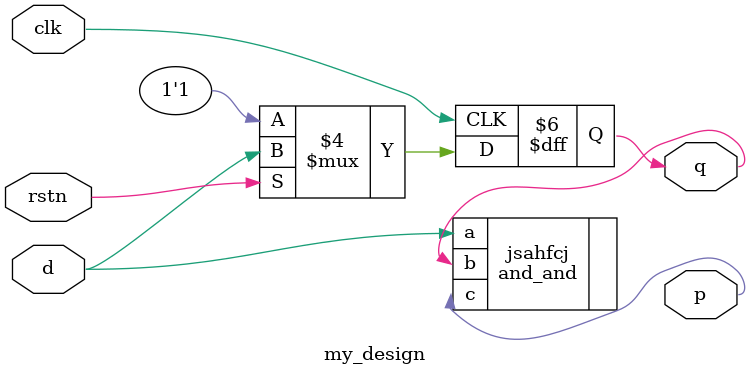
<source format=sv>
`define INCLUDE_RSTN 
`include "and_and.sv"

module my_design ( input clk, d,
`ifdef INCLUDE_RSTN
                   input rstn,
`endif 
                   output reg q,
                   output reg p
);
always @(posedge clk) begin
    `ifdef INCLUDE_RSTN
    if(!rstn) begin
        q <=1'b1;
    end else
    `endif 
    begin
         q <= d;
    end
end
and_and jsahfcj (
    .a(d),
    .b(q),
    .c(p)
);
endmodule
</source>
